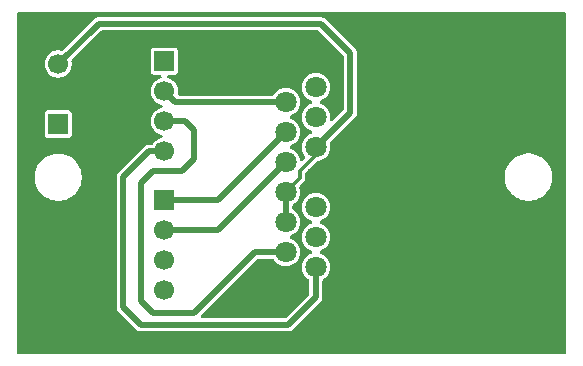
<source format=gbr>
%TF.GenerationSoftware,KiCad,Pcbnew,9.0.1*%
%TF.CreationDate,2025-04-10T17:15:11+02:00*%
%TF.ProjectId,projet_rubix_cube,70726f6a-6574-45f7-9275-6269785f6375,rev?*%
%TF.SameCoordinates,Original*%
%TF.FileFunction,Copper,L2,Bot*%
%TF.FilePolarity,Positive*%
%FSLAX46Y46*%
G04 Gerber Fmt 4.6, Leading zero omitted, Abs format (unit mm)*
G04 Created by KiCad (PCBNEW 9.0.1) date 2025-04-10 17:15:11*
%MOMM*%
%LPD*%
G01*
G04 APERTURE LIST*
%TA.AperFunction,ComponentPad*%
%ADD10R,1.700000X1.700000*%
%TD*%
%TA.AperFunction,ComponentPad*%
%ADD11C,1.700000*%
%TD*%
%TA.AperFunction,ComponentPad*%
%ADD12R,1.800000X1.800000*%
%TD*%
%TA.AperFunction,ComponentPad*%
%ADD13C,1.800000*%
%TD*%
%TA.AperFunction,Conductor*%
%ADD14C,0.300000*%
%TD*%
%TA.AperFunction,Conductor*%
%ADD15C,0.500000*%
%TD*%
G04 APERTURE END LIST*
D10*
%TO.P,J2,1,Pin_1*%
%TO.N,alim_bobine1*%
X133000000Y-45960000D03*
D11*
%TO.P,J2,2,Pin_2*%
%TO.N,alim_bobine2*%
X133000000Y-48500000D03*
%TO.P,J2,3,Pin_3*%
%TO.N,alim_bobine3*%
X133000000Y-51040000D03*
%TO.P,J2,4,Pin_4*%
%TO.N,alim_bobine4*%
X133000000Y-53580000D03*
%TD*%
D12*
%TO.P,U2,1,SENSE_A*%
%TO.N,GND*%
X143280000Y-35105000D03*
D13*
%TO.P,U2,2,OUT1*%
%TO.N,out_bobine1*%
X145820000Y-36375000D03*
%TO.P,U2,3,OUT2*%
%TO.N,out_bobine2*%
X143280000Y-37645000D03*
%TO.P,U2,4,Vs*%
%TO.N,+24V*%
X145820000Y-38915000D03*
%TO.P,U2,5,IN1*%
%TO.N,alim_bobine1*%
X143280000Y-40185000D03*
%TO.P,U2,6,EnA*%
%TO.N,+5V*%
X145820000Y-41455000D03*
%TO.P,U2,7,IN2*%
%TO.N,alim_bobine2*%
X143280000Y-42725000D03*
%TO.P,U2,8,GND*%
%TO.N,GND*%
X145820000Y-43995000D03*
%TO.P,U2,9,Vss*%
%TO.N,+5V*%
X143280000Y-45265000D03*
%TO.P,U2,10,IN3*%
%TO.N,alim_bobine3*%
X145820000Y-46535000D03*
%TO.P,U2,11,EnB*%
%TO.N,+5V*%
X143280000Y-47805000D03*
%TO.P,U2,12,IN4*%
%TO.N,alim_bobine4*%
X145820000Y-49075000D03*
%TO.P,U2,13,OUT3*%
%TO.N,out_bobine3*%
X143280000Y-50345000D03*
%TO.P,U2,14,OUT4*%
%TO.N,out_bobine4*%
X145820000Y-51615000D03*
%TO.P,U2,15,SENSE_B*%
%TO.N,GND*%
X143280000Y-52885000D03*
%TD*%
D10*
%TO.P,J1,1,Pin_1*%
%TO.N,out_bobine1*%
X133000000Y-34190000D03*
D11*
%TO.P,J1,2,Pin_2*%
%TO.N,out_bobine2*%
X133000000Y-36730000D03*
%TO.P,J1,3,Pin_3*%
%TO.N,out_bobine3*%
X133000000Y-39270000D03*
%TO.P,J1,4,Pin_4*%
%TO.N,out_bobine4*%
X133000000Y-41810000D03*
%TD*%
D10*
%TO.P,J3,1,Pin_1*%
%TO.N,+24V*%
X124000000Y-39500000D03*
D11*
%TO.P,J3,2,Pin_2*%
%TO.N,GND*%
X124000000Y-36960000D03*
%TO.P,J3,3,Pin_3*%
%TO.N,+5V*%
X124000000Y-34420000D03*
%TD*%
D14*
%TO.N,+5V*%
X143280000Y-45265000D02*
X144469000Y-44076000D01*
X144469000Y-44076000D02*
X144469000Y-43435397D01*
X144469000Y-43435397D02*
X145820000Y-42084397D01*
X145820000Y-42084397D02*
X145820000Y-41455000D01*
D15*
X124000000Y-34420000D02*
X127420000Y-31000000D01*
X148750000Y-33500000D02*
X148750000Y-38525000D01*
X127420000Y-31000000D02*
X146250000Y-31000000D01*
X146250000Y-31000000D02*
X148750000Y-33500000D01*
X148750000Y-38525000D02*
X145820000Y-41455000D01*
X143280000Y-47805000D02*
X143280000Y-45265000D01*
%TO.N,alim_bobine1*%
X133000000Y-45960000D02*
X137505000Y-45960000D01*
X137505000Y-45960000D02*
X143280000Y-40185000D01*
%TO.N,alim_bobine2*%
X137505000Y-48500000D02*
X143280000Y-42725000D01*
X133000000Y-48500000D02*
X137505000Y-48500000D01*
%TO.N,out_bobine2*%
X133915000Y-37645000D02*
X143280000Y-37645000D01*
X133000000Y-36730000D02*
X133915000Y-37645000D01*
%TO.N,out_bobine3*%
X135500000Y-42500000D02*
X135500000Y-40000000D01*
X131000000Y-44500000D02*
X132000000Y-43500000D01*
X134770000Y-39270000D02*
X133000000Y-39270000D01*
X132000000Y-43500000D02*
X134500000Y-43500000D01*
X135500000Y-40000000D02*
X134770000Y-39270000D01*
X140655000Y-50345000D02*
X135500000Y-55500000D01*
X131000000Y-54500000D02*
X131000000Y-44500000D01*
X135500000Y-55500000D02*
X132000000Y-55500000D01*
X143280000Y-50345000D02*
X140655000Y-50345000D01*
X132000000Y-55500000D02*
X131000000Y-54500000D01*
X134500000Y-43500000D02*
X135500000Y-42500000D01*
%TO.N,out_bobine4*%
X129500000Y-55000000D02*
X131000000Y-56500000D01*
X129500000Y-44000000D02*
X129500000Y-55000000D01*
X145820000Y-54180000D02*
X145820000Y-51615000D01*
X133000000Y-41810000D02*
X131690000Y-41810000D01*
X143500000Y-56500000D02*
X145820000Y-54180000D01*
X131000000Y-56500000D02*
X143500000Y-56500000D01*
X131690000Y-41810000D02*
X129500000Y-44000000D01*
%TD*%
%TA.AperFunction,Conductor*%
%TO.N,GND*%
G36*
X166925000Y-30020462D02*
G01*
X166979538Y-30075000D01*
X166999500Y-30149500D01*
X166999500Y-58850500D01*
X166979538Y-58925000D01*
X166925000Y-58979538D01*
X166850500Y-58999500D01*
X120649500Y-58999500D01*
X120575000Y-58979538D01*
X120520462Y-58925000D01*
X120500500Y-58850500D01*
X120500500Y-43868876D01*
X121999500Y-43868876D01*
X121999500Y-44131123D01*
X122033728Y-44391107D01*
X122033728Y-44391110D01*
X122101600Y-44644415D01*
X122101600Y-44644416D01*
X122136232Y-44728024D01*
X122201957Y-44886697D01*
X122330189Y-45108803D01*
X122333078Y-45113806D01*
X122333078Y-45113807D01*
X122492715Y-45321848D01*
X122678151Y-45507284D01*
X122824148Y-45619312D01*
X122886197Y-45666924D01*
X123113303Y-45798043D01*
X123317809Y-45882752D01*
X123355583Y-45898399D01*
X123443332Y-45921910D01*
X123608884Y-45966270D01*
X123608890Y-45966270D01*
X123608891Y-45966271D01*
X123645834Y-45971134D01*
X123868877Y-46000499D01*
X123868878Y-46000500D01*
X123868880Y-46000500D01*
X124131122Y-46000500D01*
X124131122Y-46000499D01*
X124391108Y-45966271D01*
X124391110Y-45966271D01*
X124391111Y-45966270D01*
X124391116Y-45966270D01*
X124644415Y-45898399D01*
X124644416Y-45898399D01*
X124644417Y-45898398D01*
X124644419Y-45898398D01*
X124886697Y-45798043D01*
X125113803Y-45666924D01*
X125321848Y-45507284D01*
X125321849Y-45507284D01*
X125507284Y-45321849D01*
X125507284Y-45321848D01*
X125511119Y-45316851D01*
X125666924Y-45113803D01*
X125798043Y-44886697D01*
X125898398Y-44644419D01*
X125966270Y-44391116D01*
X126000500Y-44131120D01*
X126000500Y-43868880D01*
X125966270Y-43608884D01*
X125898398Y-43355581D01*
X125798043Y-43113303D01*
X125666924Y-42886197D01*
X125666921Y-42886193D01*
X125666921Y-42886192D01*
X125507284Y-42678151D01*
X125321848Y-42492715D01*
X125113806Y-42333078D01*
X125105142Y-42328076D01*
X124939549Y-42232471D01*
X124886701Y-42201959D01*
X124886699Y-42201958D01*
X124886697Y-42201957D01*
X124811154Y-42170666D01*
X124644416Y-42101600D01*
X124418255Y-42041002D01*
X124391116Y-42033730D01*
X124391114Y-42033729D01*
X124391108Y-42033728D01*
X124131123Y-41999500D01*
X124131120Y-41999500D01*
X123868880Y-41999500D01*
X123868876Y-41999500D01*
X123608892Y-42033728D01*
X123608889Y-42033728D01*
X123355584Y-42101600D01*
X123355583Y-42101600D01*
X123113298Y-42201959D01*
X122886193Y-42333078D01*
X122886192Y-42333078D01*
X122678151Y-42492715D01*
X122678151Y-42492716D01*
X122678149Y-42492718D01*
X122492718Y-42678149D01*
X122492716Y-42678151D01*
X122492715Y-42678151D01*
X122333078Y-42886192D01*
X122333078Y-42886193D01*
X122201959Y-43113298D01*
X122101600Y-43355583D01*
X122101600Y-43355584D01*
X122033728Y-43608889D01*
X122033728Y-43608892D01*
X121999500Y-43868876D01*
X120500500Y-43868876D01*
X120500500Y-38605135D01*
X122849500Y-38605135D01*
X122849500Y-38605136D01*
X122849500Y-38605140D01*
X122849500Y-40394866D01*
X122852414Y-40419989D01*
X122852415Y-40419992D01*
X122897793Y-40522764D01*
X122897794Y-40522765D01*
X122977235Y-40602206D01*
X123080009Y-40647585D01*
X123105135Y-40650500D01*
X124894864Y-40650499D01*
X124894866Y-40650499D01*
X124907427Y-40649042D01*
X124919991Y-40647585D01*
X125022765Y-40602206D01*
X125102206Y-40522765D01*
X125147585Y-40419991D01*
X125150500Y-40394865D01*
X125150499Y-38605136D01*
X125147585Y-38580009D01*
X125102206Y-38477235D01*
X125022765Y-38397794D01*
X125022764Y-38397793D01*
X124919994Y-38352416D01*
X124919991Y-38352415D01*
X124919982Y-38352414D01*
X124894865Y-38349500D01*
X124894859Y-38349500D01*
X123105133Y-38349500D01*
X123080010Y-38352414D01*
X123080007Y-38352415D01*
X122977235Y-38397793D01*
X122897793Y-38477235D01*
X122852416Y-38580005D01*
X122852415Y-38580008D01*
X122852415Y-38580009D01*
X122849500Y-38605135D01*
X120500500Y-38605135D01*
X120500500Y-34329454D01*
X122849500Y-34329454D01*
X122849500Y-34510546D01*
X122877829Y-34689409D01*
X122933789Y-34861639D01*
X123016004Y-35022994D01*
X123122447Y-35169501D01*
X123250499Y-35297553D01*
X123397006Y-35403996D01*
X123558361Y-35486211D01*
X123730591Y-35542171D01*
X123909454Y-35570500D01*
X123909458Y-35570500D01*
X124090542Y-35570500D01*
X124090546Y-35570500D01*
X124269409Y-35542171D01*
X124441639Y-35486211D01*
X124602994Y-35403996D01*
X124749501Y-35297553D01*
X124877553Y-35169501D01*
X124983996Y-35022994D01*
X125066211Y-34861639D01*
X125122171Y-34689409D01*
X125150500Y-34510546D01*
X125150500Y-34329454D01*
X125123896Y-34161484D01*
X125131959Y-34084782D01*
X125165701Y-34032822D01*
X127604384Y-31594141D01*
X127671179Y-31555577D01*
X127709743Y-31550500D01*
X145960257Y-31550500D01*
X146034757Y-31570462D01*
X146065616Y-31594141D01*
X148155859Y-33684384D01*
X148194423Y-33751179D01*
X148199500Y-33789743D01*
X148199500Y-38235256D01*
X148179538Y-38309756D01*
X148155859Y-38340615D01*
X147256971Y-39239502D01*
X147190176Y-39278066D01*
X147113048Y-39278066D01*
X147046253Y-39239502D01*
X147007689Y-39172707D01*
X147004447Y-39110834D01*
X147010526Y-39072458D01*
X147020500Y-39009481D01*
X147020500Y-38820519D01*
X146990940Y-38633882D01*
X146932547Y-38454168D01*
X146846760Y-38285801D01*
X146735690Y-38132927D01*
X146602073Y-37999310D01*
X146449199Y-37888240D01*
X146280832Y-37802453D01*
X146280828Y-37802451D01*
X146280822Y-37802449D01*
X146232371Y-37786707D01*
X146167686Y-37744701D01*
X146132670Y-37675979D01*
X146136707Y-37598957D01*
X146178713Y-37534272D01*
X146232371Y-37503293D01*
X146280832Y-37487547D01*
X146449199Y-37401760D01*
X146602073Y-37290690D01*
X146735690Y-37157073D01*
X146846760Y-37004199D01*
X146932547Y-36835832D01*
X146990940Y-36656118D01*
X147020500Y-36469481D01*
X147020500Y-36280519D01*
X146990940Y-36093882D01*
X146932547Y-35914168D01*
X146846760Y-35745801D01*
X146735690Y-35592927D01*
X146602073Y-35459310D01*
X146449199Y-35348240D01*
X146280832Y-35262453D01*
X146101118Y-35204060D01*
X145914481Y-35174500D01*
X145725519Y-35174500D01*
X145538882Y-35204060D01*
X145359168Y-35262453D01*
X145359163Y-35262455D01*
X145359157Y-35262458D01*
X145190804Y-35348238D01*
X145190799Y-35348241D01*
X145037936Y-35459303D01*
X145037925Y-35459312D01*
X144904312Y-35592925D01*
X144904303Y-35592936D01*
X144793241Y-35745799D01*
X144793238Y-35745804D01*
X144707458Y-35914157D01*
X144707455Y-35914163D01*
X144707453Y-35914168D01*
X144649060Y-36093882D01*
X144619500Y-36280519D01*
X144619500Y-36469481D01*
X144649060Y-36656118D01*
X144707453Y-36835832D01*
X144707457Y-36835841D01*
X144707458Y-36835842D01*
X144721263Y-36862936D01*
X144793240Y-37004199D01*
X144904310Y-37157073D01*
X145037927Y-37290690D01*
X145190801Y-37401760D01*
X145359168Y-37487547D01*
X145407629Y-37503293D01*
X145472314Y-37545300D01*
X145507329Y-37614022D01*
X145503292Y-37691044D01*
X145461285Y-37755729D01*
X145407629Y-37786706D01*
X145359168Y-37802453D01*
X145359163Y-37802455D01*
X145359157Y-37802458D01*
X145190804Y-37888238D01*
X145190799Y-37888241D01*
X145037936Y-37999303D01*
X145037925Y-37999312D01*
X144904312Y-38132925D01*
X144904303Y-38132936D01*
X144793241Y-38285799D01*
X144793238Y-38285804D01*
X144707458Y-38454157D01*
X144707451Y-38454174D01*
X144666564Y-38580010D01*
X144649060Y-38633882D01*
X144619500Y-38820519D01*
X144619500Y-39009481D01*
X144649060Y-39196118D01*
X144707453Y-39375832D01*
X144707457Y-39375841D01*
X144707458Y-39375842D01*
X144721263Y-39402936D01*
X144793240Y-39544199D01*
X144904310Y-39697073D01*
X145037927Y-39830690D01*
X145190801Y-39941760D01*
X145359168Y-40027547D01*
X145407629Y-40043293D01*
X145472314Y-40085300D01*
X145507329Y-40154022D01*
X145503292Y-40231044D01*
X145461285Y-40295729D01*
X145407629Y-40326706D01*
X145359168Y-40342453D01*
X145359163Y-40342455D01*
X145359157Y-40342458D01*
X145190804Y-40428238D01*
X145190799Y-40428241D01*
X145037936Y-40539303D01*
X145037925Y-40539312D01*
X144904312Y-40672925D01*
X144904303Y-40672936D01*
X144793241Y-40825799D01*
X144793238Y-40825804D01*
X144707458Y-40994157D01*
X144707455Y-40994163D01*
X144707453Y-40994168D01*
X144649060Y-41173882D01*
X144619500Y-41360519D01*
X144619500Y-41549481D01*
X144649060Y-41736118D01*
X144707453Y-41915832D01*
X144707457Y-41915841D01*
X144707458Y-41915842D01*
X144793237Y-42084195D01*
X144793240Y-42084199D01*
X144882494Y-42207046D01*
X144892254Y-42232471D01*
X144905873Y-42256060D01*
X144905873Y-42267948D01*
X144910134Y-42279049D01*
X144905873Y-42305952D01*
X144905873Y-42333188D01*
X144899928Y-42343483D01*
X144898069Y-42355227D01*
X144867309Y-42399983D01*
X144708646Y-42558647D01*
X144641851Y-42597211D01*
X144564723Y-42597211D01*
X144497928Y-42558647D01*
X144459364Y-42491852D01*
X144456121Y-42476596D01*
X144451782Y-42449201D01*
X144450940Y-42443882D01*
X144392547Y-42264168D01*
X144306760Y-42095801D01*
X144195690Y-41942927D01*
X144062073Y-41809310D01*
X143909199Y-41698240D01*
X143740832Y-41612453D01*
X143740828Y-41612451D01*
X143740822Y-41612449D01*
X143692371Y-41596707D01*
X143627686Y-41554701D01*
X143592670Y-41485979D01*
X143596707Y-41408957D01*
X143638713Y-41344272D01*
X143692371Y-41313293D01*
X143740832Y-41297547D01*
X143909199Y-41211760D01*
X144062073Y-41100690D01*
X144195690Y-40967073D01*
X144306760Y-40814199D01*
X144392547Y-40645832D01*
X144450940Y-40466118D01*
X144480500Y-40279481D01*
X144480500Y-40090519D01*
X144450940Y-39903882D01*
X144392547Y-39724168D01*
X144306760Y-39555801D01*
X144195690Y-39402927D01*
X144062073Y-39269310D01*
X143909199Y-39158240D01*
X143740832Y-39072453D01*
X143740828Y-39072451D01*
X143740822Y-39072449D01*
X143692371Y-39056707D01*
X143627686Y-39014701D01*
X143592670Y-38945979D01*
X143596707Y-38868957D01*
X143638713Y-38804272D01*
X143692371Y-38773293D01*
X143740832Y-38757547D01*
X143909199Y-38671760D01*
X144062073Y-38560690D01*
X144195690Y-38427073D01*
X144306760Y-38274199D01*
X144392547Y-38105832D01*
X144450940Y-37926118D01*
X144480500Y-37739481D01*
X144480500Y-37550519D01*
X144450940Y-37363882D01*
X144392547Y-37184168D01*
X144306760Y-37015801D01*
X144195690Y-36862927D01*
X144062073Y-36729310D01*
X143909199Y-36618240D01*
X143740832Y-36532453D01*
X143561118Y-36474060D01*
X143374481Y-36444500D01*
X143185519Y-36444500D01*
X142998882Y-36474060D01*
X142819168Y-36532453D01*
X142819163Y-36532455D01*
X142819157Y-36532458D01*
X142650804Y-36618238D01*
X142650799Y-36618241D01*
X142497936Y-36729303D01*
X142497925Y-36729312D01*
X142364312Y-36862925D01*
X142364303Y-36862936D01*
X142253241Y-37015799D01*
X142250179Y-37020796D01*
X142248581Y-37019816D01*
X142203000Y-37070452D01*
X142129650Y-37094295D01*
X142121834Y-37094500D01*
X134281567Y-37094500D01*
X134207067Y-37074538D01*
X134152529Y-37020000D01*
X134132567Y-36945500D01*
X134134401Y-36922192D01*
X134143786Y-36862936D01*
X134150500Y-36820546D01*
X134150500Y-36639454D01*
X134122171Y-36460591D01*
X134066211Y-36288361D01*
X133983996Y-36127006D01*
X133877553Y-35980499D01*
X133749501Y-35852447D01*
X133602994Y-35746004D01*
X133441639Y-35663789D01*
X133441630Y-35663786D01*
X133341361Y-35631207D01*
X133276676Y-35589200D01*
X133241660Y-35520478D01*
X133245696Y-35443456D01*
X133287703Y-35378771D01*
X133356425Y-35343755D01*
X133387401Y-35340499D01*
X133894864Y-35340499D01*
X133894867Y-35340499D01*
X133909940Y-35338750D01*
X133919991Y-35337585D01*
X134022765Y-35292206D01*
X134102206Y-35212765D01*
X134147585Y-35109991D01*
X134150500Y-35084865D01*
X134150499Y-33295136D01*
X134147585Y-33270009D01*
X134102206Y-33167235D01*
X134022765Y-33087794D01*
X134022764Y-33087793D01*
X133919994Y-33042416D01*
X133919991Y-33042415D01*
X133919982Y-33042414D01*
X133894865Y-33039500D01*
X133894859Y-33039500D01*
X132105133Y-33039500D01*
X132080010Y-33042414D01*
X132080007Y-33042415D01*
X131977235Y-33087793D01*
X131897793Y-33167235D01*
X131852416Y-33270005D01*
X131852415Y-33270008D01*
X131852415Y-33270009D01*
X131849500Y-33295135D01*
X131849500Y-33295136D01*
X131849500Y-33295140D01*
X131849500Y-35084866D01*
X131852414Y-35109989D01*
X131852415Y-35109992D01*
X131897793Y-35212764D01*
X131897794Y-35212765D01*
X131977235Y-35292206D01*
X132080009Y-35337585D01*
X132105135Y-35340500D01*
X132612596Y-35340499D01*
X132687094Y-35360461D01*
X132741632Y-35414999D01*
X132761594Y-35489499D01*
X132741632Y-35563999D01*
X132687094Y-35618537D01*
X132658638Y-35631206D01*
X132558364Y-35663786D01*
X132558363Y-35663787D01*
X132397004Y-35746005D01*
X132397003Y-35746005D01*
X132250500Y-35852446D01*
X132250497Y-35852448D01*
X132122448Y-35980497D01*
X132122446Y-35980500D01*
X132016005Y-36127003D01*
X132016005Y-36127004D01*
X131933789Y-36288360D01*
X131933789Y-36288361D01*
X131877829Y-36460591D01*
X131849500Y-36639454D01*
X131849500Y-36820546D01*
X131877829Y-36999409D01*
X131933789Y-37171639D01*
X132016004Y-37332994D01*
X132122447Y-37479501D01*
X132250499Y-37607553D01*
X132397006Y-37713996D01*
X132558361Y-37796211D01*
X132730591Y-37852171D01*
X132730592Y-37852171D01*
X132730595Y-37852172D01*
X132734779Y-37852835D01*
X132805238Y-37884206D01*
X132850573Y-37946604D01*
X132858634Y-38023310D01*
X132827263Y-38093769D01*
X132764865Y-38139104D01*
X132734779Y-38147165D01*
X132730595Y-38147827D01*
X132558360Y-38203789D01*
X132397004Y-38286005D01*
X132397003Y-38286005D01*
X132250500Y-38392446D01*
X132250497Y-38392448D01*
X132122448Y-38520497D01*
X132122446Y-38520500D01*
X132016005Y-38667003D01*
X132016005Y-38667004D01*
X131933789Y-38828360D01*
X131933789Y-38828361D01*
X131877829Y-39000591D01*
X131849500Y-39179454D01*
X131849500Y-39360546D01*
X131877829Y-39539409D01*
X131933789Y-39711639D01*
X132016004Y-39872994D01*
X132122447Y-40019501D01*
X132250499Y-40147553D01*
X132397006Y-40253996D01*
X132558361Y-40336211D01*
X132730591Y-40392171D01*
X132730592Y-40392171D01*
X132730595Y-40392172D01*
X132734779Y-40392835D01*
X132805238Y-40424206D01*
X132850573Y-40486604D01*
X132858634Y-40563310D01*
X132827263Y-40633769D01*
X132764865Y-40679104D01*
X132734779Y-40687165D01*
X132730595Y-40687827D01*
X132558360Y-40743789D01*
X132397004Y-40826005D01*
X132397003Y-40826005D01*
X132250500Y-40932446D01*
X132250497Y-40932448D01*
X132122448Y-41060497D01*
X132122446Y-41060500D01*
X132022489Y-41198080D01*
X131962549Y-41246618D01*
X131901945Y-41259500D01*
X131617525Y-41259500D01*
X131477515Y-41297016D01*
X131477513Y-41297016D01*
X131477513Y-41297017D01*
X131351984Y-41369490D01*
X129059490Y-43661984D01*
X129007659Y-43751760D01*
X129007658Y-43751759D01*
X128987017Y-43787511D01*
X128949500Y-43927524D01*
X128949500Y-55072475D01*
X128973485Y-55161986D01*
X128987016Y-55212486D01*
X129059490Y-55338015D01*
X130661985Y-56940510D01*
X130787515Y-57012984D01*
X130927525Y-57050500D01*
X143572475Y-57050500D01*
X143712485Y-57012984D01*
X143838015Y-56940510D01*
X146260510Y-54518015D01*
X146332984Y-54392485D01*
X146344438Y-54349737D01*
X146370500Y-54252475D01*
X146370500Y-52773166D01*
X146390462Y-52698666D01*
X146444243Y-52644884D01*
X146444204Y-52644821D01*
X146444470Y-52644657D01*
X146445000Y-52644128D01*
X146447931Y-52642536D01*
X146449185Y-52641766D01*
X146449199Y-52641760D01*
X146602073Y-52530690D01*
X146735690Y-52397073D01*
X146846760Y-52244199D01*
X146932547Y-52075832D01*
X146990940Y-51896118D01*
X147020500Y-51709481D01*
X147020500Y-51520519D01*
X146990940Y-51333882D01*
X146932547Y-51154168D01*
X146846760Y-50985801D01*
X146735690Y-50832927D01*
X146602073Y-50699310D01*
X146449199Y-50588240D01*
X146280832Y-50502453D01*
X146280828Y-50502451D01*
X146280822Y-50502449D01*
X146232371Y-50486707D01*
X146167686Y-50444701D01*
X146132670Y-50375979D01*
X146136707Y-50298957D01*
X146178713Y-50234272D01*
X146232371Y-50203293D01*
X146280832Y-50187547D01*
X146449199Y-50101760D01*
X146602073Y-49990690D01*
X146735690Y-49857073D01*
X146846760Y-49704199D01*
X146932547Y-49535832D01*
X146990940Y-49356118D01*
X147020500Y-49169481D01*
X147020500Y-48980519D01*
X146990940Y-48793882D01*
X146932547Y-48614168D01*
X146846760Y-48445801D01*
X146735690Y-48292927D01*
X146602073Y-48159310D01*
X146449199Y-48048240D01*
X146280832Y-47962453D01*
X146280828Y-47962451D01*
X146280822Y-47962449D01*
X146232371Y-47946707D01*
X146167686Y-47904701D01*
X146132670Y-47835979D01*
X146136707Y-47758957D01*
X146178713Y-47694272D01*
X146232371Y-47663293D01*
X146280832Y-47647547D01*
X146449199Y-47561760D01*
X146602073Y-47450690D01*
X146735690Y-47317073D01*
X146846760Y-47164199D01*
X146932547Y-46995832D01*
X146990940Y-46816118D01*
X147020500Y-46629481D01*
X147020500Y-46440519D01*
X146990940Y-46253882D01*
X146932547Y-46074168D01*
X146846760Y-45905801D01*
X146735690Y-45752927D01*
X146602073Y-45619310D01*
X146449199Y-45508240D01*
X146280832Y-45422453D01*
X146101118Y-45364060D01*
X145914481Y-45334500D01*
X145725519Y-45334500D01*
X145538882Y-45364060D01*
X145359168Y-45422453D01*
X145359163Y-45422455D01*
X145359157Y-45422458D01*
X145190804Y-45508238D01*
X145190799Y-45508241D01*
X145037936Y-45619303D01*
X145037925Y-45619312D01*
X144904312Y-45752925D01*
X144904303Y-45752936D01*
X144793241Y-45905799D01*
X144793238Y-45905804D01*
X144707458Y-46074157D01*
X144707455Y-46074163D01*
X144707453Y-46074168D01*
X144649060Y-46253882D01*
X144619500Y-46440519D01*
X144619500Y-46629481D01*
X144649060Y-46816118D01*
X144707453Y-46995832D01*
X144707457Y-46995841D01*
X144707458Y-46995842D01*
X144721263Y-47022936D01*
X144793240Y-47164199D01*
X144904310Y-47317073D01*
X145037927Y-47450690D01*
X145190801Y-47561760D01*
X145359168Y-47647547D01*
X145407629Y-47663293D01*
X145472314Y-47705300D01*
X145507329Y-47774022D01*
X145503292Y-47851044D01*
X145461285Y-47915729D01*
X145407629Y-47946706D01*
X145359168Y-47962453D01*
X145359163Y-47962455D01*
X145359157Y-47962458D01*
X145190804Y-48048238D01*
X145190799Y-48048241D01*
X145037936Y-48159303D01*
X145037925Y-48159312D01*
X144904312Y-48292925D01*
X144904303Y-48292936D01*
X144793241Y-48445799D01*
X144793238Y-48445804D01*
X144707458Y-48614157D01*
X144707455Y-48614163D01*
X144707453Y-48614168D01*
X144649060Y-48793882D01*
X144619500Y-48980519D01*
X144619500Y-49169481D01*
X144649060Y-49356118D01*
X144707453Y-49535832D01*
X144707457Y-49535841D01*
X144707458Y-49535842D01*
X144721263Y-49562936D01*
X144793240Y-49704199D01*
X144904310Y-49857073D01*
X145037927Y-49990690D01*
X145190801Y-50101760D01*
X145359168Y-50187547D01*
X145407629Y-50203293D01*
X145472314Y-50245300D01*
X145507329Y-50314022D01*
X145503292Y-50391044D01*
X145461285Y-50455729D01*
X145407629Y-50486706D01*
X145359168Y-50502453D01*
X145359163Y-50502455D01*
X145359157Y-50502458D01*
X145190804Y-50588238D01*
X145190799Y-50588241D01*
X145037936Y-50699303D01*
X145037925Y-50699312D01*
X144904312Y-50832925D01*
X144904303Y-50832936D01*
X144793241Y-50985799D01*
X144793238Y-50985804D01*
X144707458Y-51154157D01*
X144707455Y-51154163D01*
X144707453Y-51154168D01*
X144649060Y-51333882D01*
X144619500Y-51520519D01*
X144619500Y-51709481D01*
X144649060Y-51896118D01*
X144707453Y-52075832D01*
X144793240Y-52244199D01*
X144904310Y-52397073D01*
X145037927Y-52530690D01*
X145190801Y-52641760D01*
X145190808Y-52641763D01*
X145195796Y-52644821D01*
X145194816Y-52646418D01*
X145245452Y-52692000D01*
X145269295Y-52765350D01*
X145269500Y-52773166D01*
X145269500Y-53890257D01*
X145249538Y-53964757D01*
X145225859Y-53995616D01*
X143315616Y-55905859D01*
X143248821Y-55944423D01*
X143210257Y-55949500D01*
X136188742Y-55949500D01*
X136114242Y-55929538D01*
X136059704Y-55875000D01*
X136039742Y-55800500D01*
X136059704Y-55726000D01*
X136083379Y-55695145D01*
X140839384Y-50939141D01*
X140906179Y-50900577D01*
X140944743Y-50895500D01*
X142121834Y-50895500D01*
X142196334Y-50915462D01*
X142250115Y-50969243D01*
X142250179Y-50969204D01*
X142250342Y-50969470D01*
X142250872Y-50970000D01*
X142252463Y-50972931D01*
X142253238Y-50974195D01*
X142253240Y-50974199D01*
X142364310Y-51127073D01*
X142497927Y-51260690D01*
X142650801Y-51371760D01*
X142819168Y-51457547D01*
X142998882Y-51515940D01*
X143185519Y-51545500D01*
X143185524Y-51545500D01*
X143374476Y-51545500D01*
X143374481Y-51545500D01*
X143561118Y-51515940D01*
X143740832Y-51457547D01*
X143909199Y-51371760D01*
X144062073Y-51260690D01*
X144195690Y-51127073D01*
X144306760Y-50974199D01*
X144392547Y-50805832D01*
X144450940Y-50626118D01*
X144480500Y-50439481D01*
X144480500Y-50250519D01*
X144450940Y-50063882D01*
X144392547Y-49884168D01*
X144306760Y-49715801D01*
X144195690Y-49562927D01*
X144062073Y-49429310D01*
X143909199Y-49318240D01*
X143740832Y-49232453D01*
X143740828Y-49232451D01*
X143740822Y-49232449D01*
X143692371Y-49216707D01*
X143627686Y-49174701D01*
X143592670Y-49105979D01*
X143596707Y-49028957D01*
X143638713Y-48964272D01*
X143692371Y-48933293D01*
X143740832Y-48917547D01*
X143909199Y-48831760D01*
X144062073Y-48720690D01*
X144195690Y-48587073D01*
X144306760Y-48434199D01*
X144392547Y-48265832D01*
X144450940Y-48086118D01*
X144480500Y-47899481D01*
X144480500Y-47710519D01*
X144450940Y-47523882D01*
X144392547Y-47344168D01*
X144306760Y-47175801D01*
X144195690Y-47022927D01*
X144062073Y-46889310D01*
X144014662Y-46854864D01*
X143909204Y-46778243D01*
X143905591Y-46776029D01*
X143905000Y-46775871D01*
X143904472Y-46775343D01*
X143904199Y-46775176D01*
X143904239Y-46775110D01*
X143880395Y-46751266D01*
X143854535Y-46727980D01*
X143853296Y-46724167D01*
X143850462Y-46721333D01*
X143841455Y-46687720D01*
X143830704Y-46654626D01*
X143830500Y-46646833D01*
X143830500Y-46423166D01*
X143850462Y-46348666D01*
X143904243Y-46294884D01*
X143904204Y-46294821D01*
X143904470Y-46294657D01*
X143905000Y-46294128D01*
X143907931Y-46292536D01*
X143909185Y-46291766D01*
X143909199Y-46291760D01*
X144062073Y-46180690D01*
X144195690Y-46047073D01*
X144306760Y-45894199D01*
X144392547Y-45725832D01*
X144450940Y-45546118D01*
X144480500Y-45359481D01*
X144480500Y-45170519D01*
X144450940Y-44983882D01*
X144417179Y-44879977D01*
X144413142Y-44802954D01*
X144448157Y-44734233D01*
X144453505Y-44728596D01*
X144829489Y-44352614D01*
X144888799Y-44249887D01*
X144889483Y-44247330D01*
X144895285Y-44225679D01*
X144895286Y-44225675D01*
X144906350Y-44184384D01*
X144919500Y-44135309D01*
X144919500Y-43863876D01*
X161819500Y-43863876D01*
X161819500Y-44126123D01*
X161853728Y-44386107D01*
X161853728Y-44386110D01*
X161921600Y-44639415D01*
X161921600Y-44639416D01*
X162021959Y-44881701D01*
X162024846Y-44886701D01*
X162127864Y-45065135D01*
X162153078Y-45108806D01*
X162153078Y-45108807D01*
X162312715Y-45316848D01*
X162498151Y-45502284D01*
X162650662Y-45619310D01*
X162706197Y-45661924D01*
X162933303Y-45793043D01*
X163137809Y-45877752D01*
X163175583Y-45893399D01*
X163263332Y-45916910D01*
X163428884Y-45961270D01*
X163428890Y-45961270D01*
X163428891Y-45961271D01*
X163465834Y-45966134D01*
X163688877Y-45995499D01*
X163688878Y-45995500D01*
X163688880Y-45995500D01*
X163951122Y-45995500D01*
X163951122Y-45995499D01*
X164211108Y-45961271D01*
X164211110Y-45961271D01*
X164211111Y-45961270D01*
X164211116Y-45961270D01*
X164464415Y-45893399D01*
X164464416Y-45893399D01*
X164464417Y-45893398D01*
X164464419Y-45893398D01*
X164706697Y-45793043D01*
X164933803Y-45661924D01*
X165141848Y-45502284D01*
X165141849Y-45502284D01*
X165327284Y-45316849D01*
X165327284Y-45316848D01*
X165486921Y-45108807D01*
X165486921Y-45108806D01*
X165486924Y-45108803D01*
X165618043Y-44881697D01*
X165718398Y-44639419D01*
X165786270Y-44386116D01*
X165820500Y-44126120D01*
X165820500Y-43863880D01*
X165786270Y-43603884D01*
X165718398Y-43350581D01*
X165618043Y-43108303D01*
X165486924Y-42881197D01*
X165486921Y-42881193D01*
X165486921Y-42881192D01*
X165327284Y-42673151D01*
X165141848Y-42487715D01*
X164933806Y-42328078D01*
X164912221Y-42315616D01*
X164823121Y-42264174D01*
X164706701Y-42196959D01*
X164706699Y-42196958D01*
X164706697Y-42196957D01*
X164631154Y-42165666D01*
X164464416Y-42096600D01*
X164229769Y-42033728D01*
X164211116Y-42028730D01*
X164211114Y-42028729D01*
X164211108Y-42028728D01*
X163951123Y-41994500D01*
X163951120Y-41994500D01*
X163688880Y-41994500D01*
X163688876Y-41994500D01*
X163428892Y-42028728D01*
X163428889Y-42028728D01*
X163175584Y-42096600D01*
X163175583Y-42096600D01*
X162933298Y-42196959D01*
X162706193Y-42328078D01*
X162706192Y-42328078D01*
X162498151Y-42487715D01*
X162498151Y-42487716D01*
X162498149Y-42487718D01*
X162312718Y-42673149D01*
X162312716Y-42673151D01*
X162312715Y-42673151D01*
X162153078Y-42881192D01*
X162153078Y-42881193D01*
X162021959Y-43108298D01*
X161921600Y-43350583D01*
X161921600Y-43350584D01*
X161853728Y-43603889D01*
X161853728Y-43603892D01*
X161819500Y-43863876D01*
X144919500Y-43863876D01*
X144919500Y-43683718D01*
X144939462Y-43609218D01*
X144963141Y-43578359D01*
X145392474Y-43149026D01*
X145846409Y-42695090D01*
X145913202Y-42656528D01*
X145928438Y-42653289D01*
X146101118Y-42625940D01*
X146280832Y-42567547D01*
X146449199Y-42481760D01*
X146602073Y-42370690D01*
X146735690Y-42237073D01*
X146846760Y-42084199D01*
X146932547Y-41915832D01*
X146990940Y-41736118D01*
X147020500Y-41549481D01*
X147020500Y-41360519D01*
X146990940Y-41173882D01*
X146990939Y-41173879D01*
X146989574Y-41168194D01*
X146991393Y-41167757D01*
X146987821Y-41099710D01*
X147022829Y-41030984D01*
X147028189Y-41025334D01*
X149190510Y-38863015D01*
X149262984Y-38737485D01*
X149267803Y-38719500D01*
X149273163Y-38699499D01*
X149284716Y-38656378D01*
X149300500Y-38597475D01*
X149300500Y-33427525D01*
X149262984Y-33287515D01*
X149252877Y-33270010D01*
X149252585Y-33269503D01*
X149252584Y-33269502D01*
X149252583Y-33269500D01*
X149190510Y-33161985D01*
X146588015Y-30559490D01*
X146462485Y-30487016D01*
X146322475Y-30449500D01*
X127347525Y-30449500D01*
X127207515Y-30487016D01*
X127207513Y-30487016D01*
X127207513Y-30487017D01*
X127081984Y-30559490D01*
X124387177Y-33254296D01*
X124320382Y-33292860D01*
X124258511Y-33296102D01*
X124090546Y-33269500D01*
X123909454Y-33269500D01*
X123747594Y-33295136D01*
X123730591Y-33297829D01*
X123558360Y-33353789D01*
X123397004Y-33436005D01*
X123397003Y-33436005D01*
X123250500Y-33542446D01*
X123250497Y-33542448D01*
X123122448Y-33670497D01*
X123122446Y-33670500D01*
X123016005Y-33817003D01*
X123016005Y-33817004D01*
X122933789Y-33978360D01*
X122877829Y-34150591D01*
X122849500Y-34329454D01*
X120500500Y-34329454D01*
X120500500Y-30149500D01*
X120520462Y-30075000D01*
X120575000Y-30020462D01*
X120649500Y-30000500D01*
X166850500Y-30000500D01*
X166925000Y-30020462D01*
G37*
%TD.AperFunction*%
%TD*%
M02*

</source>
